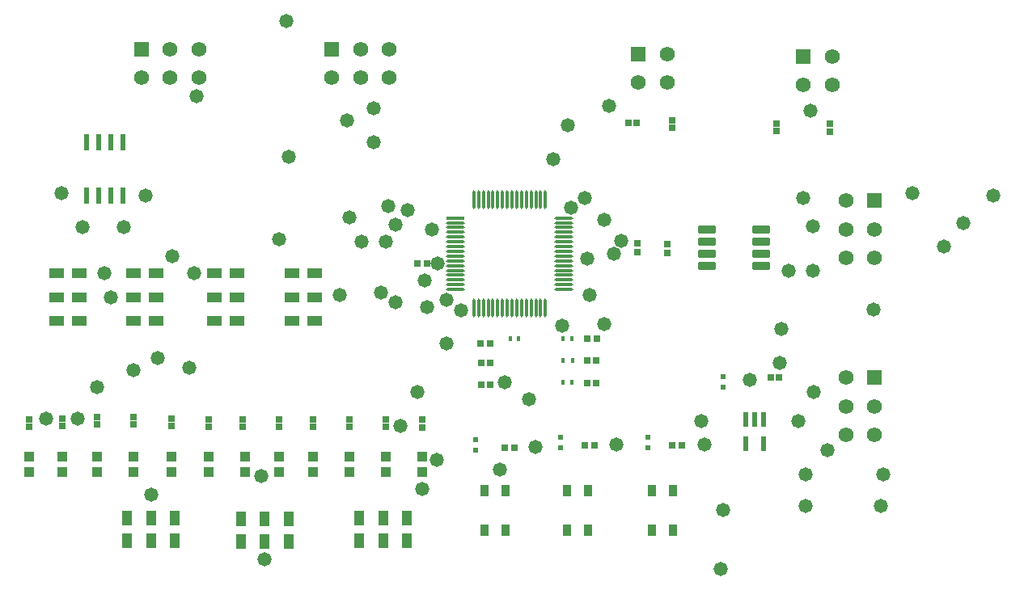
<source format=gts>
G04*
G04 #@! TF.GenerationSoftware,Altium Limited,Altium Designer,24.2.2 (26)*
G04*
G04 Layer_Color=8388736*
%FSLAX25Y25*%
%MOIN*%
G70*
G04*
G04 #@! TF.SameCoordinates,43AA1BA6-794D-441E-BC0F-4625244E732F*
G04*
G04*
G04 #@! TF.FilePolarity,Negative*
G04*
G01*
G75*
%ADD19R,0.01968X0.02362*%
%ADD21R,0.02400X0.06400*%
G04:AMPARAMS|DCode=22|XSize=12.3mil|YSize=76.98mil|CornerRadius=6.15mil|HoleSize=0mil|Usage=FLASHONLY|Rotation=0.000|XOffset=0mil|YOffset=0mil|HoleType=Round|Shape=RoundedRectangle|*
%AMROUNDEDRECTD22*
21,1,0.01230,0.06468,0,0,0.0*
21,1,0.00000,0.07698,0,0,0.0*
1,1,0.01230,0.00000,-0.03234*
1,1,0.01230,0.00000,-0.03234*
1,1,0.01230,0.00000,0.03234*
1,1,0.01230,0.00000,0.03234*
%
%ADD22ROUNDEDRECTD22*%
G04:AMPARAMS|DCode=23|XSize=76.98mil|YSize=12.3mil|CornerRadius=6.15mil|HoleSize=0mil|Usage=FLASHONLY|Rotation=0.000|XOffset=0mil|YOffset=0mil|HoleType=Round|Shape=RoundedRectangle|*
%AMROUNDEDRECTD23*
21,1,0.07698,0.00000,0,0,0.0*
21,1,0.06468,0.01230,0,0,0.0*
1,1,0.01230,0.03234,0.00000*
1,1,0.01230,-0.03234,0.00000*
1,1,0.01230,-0.03234,0.00000*
1,1,0.01230,0.03234,0.00000*
%
%ADD23ROUNDEDRECTD23*%
%ADD24R,0.07698X0.01230*%
%ADD27R,0.02816X0.02648*%
%ADD28R,0.01772X0.02362*%
%ADD30R,0.01575X0.01968*%
%ADD32R,0.03937X0.06299*%
%ADD33R,0.06299X0.03937*%
%ADD34R,0.02100X0.06705*%
%ADD36R,0.02648X0.02816*%
%ADD37R,0.03162X0.02965*%
%ADD38R,0.02965X0.03162*%
%ADD39R,0.02572X0.02769*%
%ADD40R,0.03359X0.04934*%
%ADD41R,0.03950X0.03950*%
G04:AMPARAMS|DCode=42|XSize=33.59mil|YSize=72.96mil|CornerRadius=5.92mil|HoleSize=0mil|Usage=FLASHONLY|Rotation=90.000|XOffset=0mil|YOffset=0mil|HoleType=Round|Shape=RoundedRectangle|*
%AMROUNDEDRECTD42*
21,1,0.03359,0.06112,0,0,90.0*
21,1,0.02175,0.07296,0,0,90.0*
1,1,0.01184,0.03056,0.01088*
1,1,0.01184,0.03056,-0.01088*
1,1,0.01184,-0.03056,-0.01088*
1,1,0.01184,-0.03056,0.01088*
%
%ADD42ROUNDEDRECTD42*%
%ADD43R,0.06181X0.06181*%
%ADD44C,0.06181*%
%ADD45R,0.06181X0.06181*%
%ADD46C,0.05800*%
D19*
X235000Y54835D02*
D03*
Y59165D02*
D03*
X302000Y79835D02*
D03*
Y84165D02*
D03*
X200000Y58165D02*
D03*
Y53835D02*
D03*
X271000Y59165D02*
D03*
Y54835D02*
D03*
D21*
X318740Y66500D02*
D03*
X315000D02*
D03*
X311260D02*
D03*
Y56700D02*
D03*
X318740D02*
D03*
D22*
X199236Y157344D02*
D03*
X201205D02*
D03*
X203173D02*
D03*
X205142D02*
D03*
X207110D02*
D03*
X209079D02*
D03*
X211047D02*
D03*
X213016D02*
D03*
X214984D02*
D03*
X216953D02*
D03*
X218921D02*
D03*
X220890D02*
D03*
X222858D02*
D03*
X224827D02*
D03*
X226795D02*
D03*
X228764D02*
D03*
Y112656D02*
D03*
X226795D02*
D03*
X224827D02*
D03*
X222858D02*
D03*
X220890D02*
D03*
X218921D02*
D03*
X216953D02*
D03*
X214984D02*
D03*
X213016D02*
D03*
X211047D02*
D03*
X209079D02*
D03*
X207110D02*
D03*
X205142D02*
D03*
X203173D02*
D03*
X201205D02*
D03*
X199236D02*
D03*
D23*
X236344Y149764D02*
D03*
Y147795D02*
D03*
Y145827D02*
D03*
Y143858D02*
D03*
Y141890D02*
D03*
Y139921D02*
D03*
Y137953D02*
D03*
Y135984D02*
D03*
Y134016D02*
D03*
Y132047D02*
D03*
Y130079D02*
D03*
Y128110D02*
D03*
Y126142D02*
D03*
Y124173D02*
D03*
Y122205D02*
D03*
Y120236D02*
D03*
X191656D02*
D03*
Y122205D02*
D03*
Y124173D02*
D03*
Y126142D02*
D03*
Y128110D02*
D03*
Y130079D02*
D03*
Y132047D02*
D03*
Y134016D02*
D03*
Y135984D02*
D03*
Y137953D02*
D03*
Y139921D02*
D03*
Y141890D02*
D03*
Y143858D02*
D03*
Y145827D02*
D03*
Y147795D02*
D03*
D24*
Y149764D02*
D03*
D27*
X246000Y81601D02*
D03*
X249768D02*
D03*
X246000Y91101D02*
D03*
X249768D02*
D03*
X246116Y100000D02*
D03*
X249884D02*
D03*
X202232Y81000D02*
D03*
X206000D02*
D03*
X202232Y90000D02*
D03*
X206000D02*
D03*
X202116Y98000D02*
D03*
X205884D02*
D03*
X176116Y131000D02*
D03*
X179884D02*
D03*
X281116Y56000D02*
D03*
X284884D02*
D03*
X245116D02*
D03*
X248884D02*
D03*
X212116Y55000D02*
D03*
X215884D02*
D03*
D28*
X239740Y100000D02*
D03*
X236000D02*
D03*
X239740Y82000D02*
D03*
X236000D02*
D03*
X239870Y91000D02*
D03*
X236130D02*
D03*
D30*
X217575Y100000D02*
D03*
X214425D02*
D03*
D32*
X152000Y16551D02*
D03*
X161843D02*
D03*
X171685D02*
D03*
X152000Y26000D02*
D03*
X161843D02*
D03*
X171685D02*
D03*
X103157Y16276D02*
D03*
X113000D02*
D03*
X122843D02*
D03*
X103157Y25724D02*
D03*
X113000D02*
D03*
X122843D02*
D03*
X56315Y16551D02*
D03*
X66158D02*
D03*
X76000D02*
D03*
X56315Y26000D02*
D03*
X66158D02*
D03*
X76000D02*
D03*
D33*
X27276Y126842D02*
D03*
Y117000D02*
D03*
Y107158D02*
D03*
X36724Y126842D02*
D03*
Y117000D02*
D03*
Y107158D02*
D03*
X59000Y126842D02*
D03*
Y117000D02*
D03*
Y107158D02*
D03*
X68449Y126842D02*
D03*
Y117000D02*
D03*
Y107158D02*
D03*
X92276Y126842D02*
D03*
Y117000D02*
D03*
Y107158D02*
D03*
X101724Y126842D02*
D03*
Y117000D02*
D03*
Y107158D02*
D03*
X124276Y126842D02*
D03*
Y117000D02*
D03*
Y107158D02*
D03*
X133724Y126842D02*
D03*
Y117000D02*
D03*
Y107158D02*
D03*
D34*
X39500Y158948D02*
D03*
X44500D02*
D03*
X49500D02*
D03*
X54500D02*
D03*
Y181052D02*
D03*
X49500D02*
D03*
X44500D02*
D03*
X39500D02*
D03*
D36*
X266500Y135616D02*
D03*
Y139384D02*
D03*
X279000Y135232D02*
D03*
Y139000D02*
D03*
D37*
X325000Y84000D02*
D03*
X321654D02*
D03*
X262827Y189000D02*
D03*
X266173D02*
D03*
D38*
X346000Y185327D02*
D03*
Y188673D02*
D03*
X178000Y63327D02*
D03*
Y66673D02*
D03*
D39*
X324000Y185524D02*
D03*
Y188476D02*
D03*
X29500Y66976D02*
D03*
Y64024D02*
D03*
X281000Y189953D02*
D03*
Y187000D02*
D03*
X133000Y66476D02*
D03*
Y63524D02*
D03*
X119000Y66476D02*
D03*
Y63524D02*
D03*
X104000Y66476D02*
D03*
Y63524D02*
D03*
X90000Y66476D02*
D03*
Y63524D02*
D03*
X74500Y66976D02*
D03*
Y64024D02*
D03*
X59000Y67476D02*
D03*
Y64524D02*
D03*
X44000Y67476D02*
D03*
Y64524D02*
D03*
X16000Y66476D02*
D03*
Y63524D02*
D03*
X163000Y66476D02*
D03*
Y63524D02*
D03*
X148000Y66476D02*
D03*
Y63524D02*
D03*
D40*
X281232Y37169D02*
D03*
Y20831D02*
D03*
X272768Y37169D02*
D03*
Y20831D02*
D03*
X246232Y37169D02*
D03*
Y20831D02*
D03*
X237768Y37169D02*
D03*
Y20831D02*
D03*
X212232Y37169D02*
D03*
Y20831D02*
D03*
X203768Y37169D02*
D03*
Y20831D02*
D03*
D41*
X163000Y44850D02*
D03*
Y51150D02*
D03*
X178000Y44850D02*
D03*
Y51150D02*
D03*
X148000Y44850D02*
D03*
Y51150D02*
D03*
X105000Y44850D02*
D03*
Y51150D02*
D03*
X133000Y44850D02*
D03*
Y51150D02*
D03*
X119000Y44850D02*
D03*
Y51150D02*
D03*
X90000Y44850D02*
D03*
Y51150D02*
D03*
X29500Y44850D02*
D03*
Y51150D02*
D03*
X16000Y44850D02*
D03*
Y51150D02*
D03*
X74500Y44850D02*
D03*
Y51150D02*
D03*
X59000Y44850D02*
D03*
Y51150D02*
D03*
X44000Y44850D02*
D03*
Y51150D02*
D03*
D42*
X295378Y145000D02*
D03*
Y140000D02*
D03*
Y135000D02*
D03*
Y130000D02*
D03*
X317622Y145000D02*
D03*
Y140000D02*
D03*
Y135000D02*
D03*
Y130000D02*
D03*
D43*
X267094Y217390D02*
D03*
X62189Y219390D02*
D03*
X140689D02*
D03*
X335094Y216390D02*
D03*
D44*
X278906Y217390D02*
D03*
X267094Y205579D02*
D03*
X278906D02*
D03*
X74000Y219390D02*
D03*
X85811D02*
D03*
X62189Y207579D02*
D03*
X74000D02*
D03*
X85811D02*
D03*
X152500Y219390D02*
D03*
X164311D02*
D03*
X140689Y207579D02*
D03*
X152500D02*
D03*
X164311D02*
D03*
X364390Y72000D02*
D03*
Y60189D02*
D03*
X352579Y83811D02*
D03*
Y72000D02*
D03*
Y60189D02*
D03*
X364390Y145000D02*
D03*
Y133189D02*
D03*
X352579Y156811D02*
D03*
Y145000D02*
D03*
Y133189D02*
D03*
X346905Y216390D02*
D03*
X335094Y204579D02*
D03*
X346905D02*
D03*
D45*
X364390Y83811D02*
D03*
Y156811D02*
D03*
D46*
X188000Y98000D02*
D03*
X194000Y111800D02*
D03*
X179000Y124000D02*
D03*
X180000Y113000D02*
D03*
X167000Y115000D02*
D03*
X184000Y50000D02*
D03*
X169000Y64000D02*
D03*
X184426Y131063D02*
D03*
X181957Y144957D02*
D03*
X176000Y77835D02*
D03*
X239429Y154000D02*
D03*
X245000Y158000D02*
D03*
X260074Y140153D02*
D03*
X246000Y133000D02*
D03*
X188044Y116127D02*
D03*
X210000Y46000D02*
D03*
X178000Y37880D02*
D03*
X49634Y116841D02*
D03*
X111673Y43327D02*
D03*
X113000Y9000D02*
D03*
X66158Y35731D02*
D03*
X212000Y82000D02*
D03*
X235663Y105260D02*
D03*
X253083Y105865D02*
D03*
X294279Y56465D02*
D03*
X258064Y56149D02*
D03*
X224531Y55281D02*
D03*
X313000Y83000D02*
D03*
X326000Y104000D02*
D03*
X339332Y77885D02*
D03*
X345000Y54000D02*
D03*
X69135Y92135D02*
D03*
X82000Y88000D02*
D03*
X59000Y87000D02*
D03*
X44000Y80000D02*
D03*
X143855Y117943D02*
D03*
X23000Y67000D02*
D03*
X253000Y149000D02*
D03*
X36000Y67000D02*
D03*
X338000Y194000D02*
D03*
X255000Y196000D02*
D03*
X122000Y231000D02*
D03*
X85000Y200000D02*
D03*
X64000Y159000D02*
D03*
X335000Y158000D02*
D03*
X329000Y128000D02*
D03*
X338866Y146211D02*
D03*
X339000Y128000D02*
D03*
X333000Y66000D02*
D03*
X293000D02*
D03*
X336000Y44000D02*
D03*
Y31000D02*
D03*
X301000Y5000D02*
D03*
X368000Y44000D02*
D03*
X367000Y31000D02*
D03*
X232000Y174000D02*
D03*
X238011Y187920D02*
D03*
X148000Y150000D02*
D03*
X163969Y154653D02*
D03*
X161000Y119000D02*
D03*
X167000Y147000D02*
D03*
X172000Y153000D02*
D03*
X163000Y140000D02*
D03*
X153000D02*
D03*
X119000Y141000D02*
D03*
X75000Y134000D02*
D03*
X84000Y127000D02*
D03*
X47000D02*
D03*
X29447Y160001D02*
D03*
X123000Y175000D02*
D03*
X158000Y181000D02*
D03*
X147000Y190000D02*
D03*
X158000Y195000D02*
D03*
X38000Y146000D02*
D03*
X55000D02*
D03*
X257000Y135000D02*
D03*
X247000Y118000D02*
D03*
X413148Y159098D02*
D03*
X400975Y147555D02*
D03*
X393000Y138000D02*
D03*
X325154Y90063D02*
D03*
X222000Y75000D02*
D03*
X364000Y112000D02*
D03*
X302011Y29258D02*
D03*
X380000Y160000D02*
D03*
M02*

</source>
